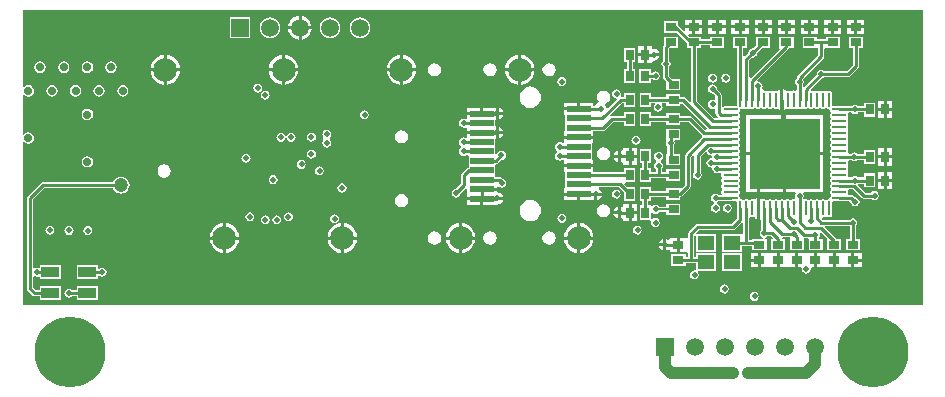
<source format=gtl>
%FSTAX23Y23*%
%MOIN*%
%SFA1B1*%

%IPPOS*%
%ADD10C,0.009840*%
%ADD15R,0.078740X0.019680*%
%ADD16R,0.027560X0.037400*%
%ADD17R,0.059060X0.035430*%
%ADD18O,0.009840X0.051180*%
%ADD19O,0.051180X0.009840*%
%ADD20R,0.236220X0.236220*%
%ADD21R,0.037400X0.027560*%
%ADD22R,0.055120X0.047240*%
%ADD37C,0.039370*%
%ADD38C,0.008000*%
%ADD39C,0.078740*%
%ADD40R,0.059060X0.059060*%
%ADD41C,0.059060*%
%ADD42C,0.236220*%
%ADD43C,0.019680*%
%ADD44C,0.047240*%
%ADD45C,0.027560*%
%LNboard-1*%
%LPD*%
G36*
X05185Y04325D02*
X02185D01*
Y04868*
X0219Y0487*
X02191Y04868*
X02197Y04864*
X02204Y04862*
X02212Y04864*
X02218Y04868*
X02222Y04874*
X02223Y04881*
X02222Y04889*
X02218Y04895*
X02212Y04899*
X02204Y04901*
X02197Y04899*
X02191Y04895*
X0219Y04893*
X02185Y04895*
Y05026*
X0219Y05027*
X02191Y05025*
X02197Y05021*
X02204Y0502*
X02212Y05021*
X02218Y05025*
X02222Y05032*
X02223Y05039*
X02222Y05046*
X02218Y05052*
X02212Y05057*
X02204Y05058*
X02197Y05057*
X02191Y05052*
X0219Y05051*
X02185Y05052*
Y0531*
X05185*
Y04325*
G37*
%LNboard-2*%
%LPC*%
G36*
X04837Y05276D02*
X04813D01*
Y05257*
X04837*
Y05276*
G37*
G36*
X04606D02*
X04582D01*
Y05257*
X04606*
Y05276*
G37*
G36*
X04914D02*
X04891D01*
Y05257*
X04914*
Y05276*
G37*
G36*
X04991D02*
X04968D01*
Y05257*
X04991*
Y05276*
G37*
G36*
X04683D02*
X04659D01*
Y05257*
X04683*
Y05276*
G37*
G36*
X04451D02*
X04428D01*
Y05257*
X04451*
Y05276*
G37*
G36*
X0476D02*
X04736D01*
Y05257*
X0476*
Y05276*
G37*
G36*
X04529D02*
X04505D01*
Y05257*
X04529*
Y05276*
G37*
G36*
X04495D02*
X04471D01*
Y05257*
X04495*
Y05276*
G37*
G36*
X04418D02*
X04394D01*
Y05257*
X04418*
Y05276*
G37*
G36*
X04726D02*
X04703D01*
Y05257*
X04726*
Y05276*
G37*
G36*
X04958D02*
X04934D01*
Y05257*
X04958*
Y05276*
G37*
G36*
X04649D02*
X04625D01*
Y05257*
X04649*
Y05276*
G37*
G36*
X04572D02*
X04548D01*
Y05257*
X04572*
Y05276*
G37*
G36*
X04881D02*
X04857D01*
Y05257*
X04881*
Y05276*
G37*
G36*
X04803D02*
X0478D01*
Y05257*
X04803*
Y05276*
G37*
G36*
X03115Y05289D02*
Y05255D01*
X03149*
X03148Y0526*
X03144Y05269*
X03138Y05278*
X03129Y05284*
X0312Y05288*
X03115Y05289*
G37*
G36*
X03105D02*
X03099Y05288D01*
X0309Y05284*
X03081Y05278*
X03075Y05269*
X03071Y0526*
X0307Y05255*
X03105*
Y05289*
G37*
G36*
X04991Y05247D02*
X04968D01*
Y05228*
X04991*
Y05247*
G37*
G36*
X04958D02*
X04934D01*
Y05228*
X04958*
Y05247*
G37*
G36*
X04914D02*
X04891D01*
Y05228*
X04914*
Y05247*
G37*
G36*
X04881D02*
X04857D01*
Y05228*
X04881*
Y05247*
G37*
G36*
X04837D02*
X04813D01*
Y05228*
X04837*
Y05247*
G37*
G36*
X04803D02*
X0478D01*
Y05228*
X04803*
Y05247*
G37*
G36*
X0476D02*
X04736D01*
Y05228*
X0476*
Y05247*
G37*
G36*
X04726D02*
X04703D01*
Y05228*
X04726*
Y05247*
G37*
G36*
X04683D02*
X04659D01*
Y05228*
X04683*
Y05247*
G37*
G36*
X04649D02*
X04625D01*
Y05228*
X04649*
Y05247*
G37*
G36*
X04606D02*
X04582D01*
Y05228*
X04606*
Y05247*
G37*
G36*
X04572D02*
X04548D01*
Y05228*
X04572*
Y05247*
G37*
G36*
X04529D02*
X04505D01*
Y05228*
X04529*
Y05247*
G37*
G36*
X04495D02*
X04471D01*
Y05228*
X04495*
Y05247*
G37*
G36*
X04451D02*
X04428D01*
Y05228*
X04451*
Y05247*
G37*
G36*
X02944Y05284D02*
X02875D01*
Y05215*
X02944*
Y05284*
G37*
G36*
X0331Y05284D02*
X033Y05283D01*
X03292Y0528*
X03285Y05274*
X03279Y05267*
X03276Y05259*
X03275Y0525*
X03276Y0524*
X03279Y05232*
X03285Y05225*
X03292Y05219*
X033Y05216*
X0331Y05215*
X03319Y05216*
X03327Y05219*
X03334Y05225*
X0334Y05232*
X03343Y0524*
X03344Y0525*
X03343Y05259*
X0334Y05267*
X03334Y05274*
X03327Y0528*
X03319Y05283*
X0331Y05284*
G37*
G36*
X0321D02*
X032Y05283D01*
X03192Y0528*
X03185Y05274*
X03179Y05267*
X03176Y05259*
X03175Y0525*
X03176Y0524*
X03179Y05232*
X03185Y05225*
X03192Y05219*
X032Y05216*
X0321Y05215*
X03219Y05216*
X03227Y05219*
X03234Y05225*
X0324Y05232*
X03243Y0524*
X03244Y0525*
X03243Y05259*
X0324Y05267*
X03234Y05274*
X03227Y0528*
X03219Y05283*
X0321Y05284*
G37*
G36*
X0301D02*
X03Y05283D01*
X02992Y0528*
X02985Y05274*
X02979Y05267*
X02976Y05259*
X02975Y0525*
X02976Y0524*
X02979Y05232*
X02985Y05225*
X02992Y05219*
X03Y05216*
X0301Y05215*
X03019Y05216*
X03027Y05219*
X03034Y05225*
X0304Y05232*
X03043Y0524*
X03044Y0525*
X03043Y05259*
X0304Y05267*
X03034Y05274*
X03027Y0528*
X03019Y05283*
X0301Y05284*
G37*
G36*
X03149Y05245D02*
X03115D01*
Y0521*
X0312Y05211*
X03129Y05215*
X03138Y05221*
X03144Y0523*
X03148Y05239*
X03149Y05245*
G37*
G36*
X03105D02*
X0307D01*
X03071Y05239*
X03075Y0523*
X03081Y05221*
X0309Y05215*
X03099Y05211*
X03105Y0521*
Y05245*
G37*
G36*
X04255Y05188D02*
X04236D01*
Y05165*
X04255*
Y05188*
G37*
G36*
X04284D02*
X04265D01*
Y0516*
Y05131*
X04284*
Y05136*
X04288Y05139*
X04289Y05139*
X04296Y05141*
X04303Y05145*
X04307Y05152*
X04308Y05155*
X04289*
Y05165*
X04308*
X04307Y05167*
X04303Y05174*
X04296Y05178*
X04289Y0518*
X04288Y0518*
X04284Y05183*
Y05188*
G37*
G36*
X04255Y05155D02*
X04236D01*
Y05131*
X04255*
Y05155*
G37*
G36*
X03847Y05159D02*
Y05115D01*
X03891*
X0389Y05122*
X03885Y05134*
X03877Y05145*
X03867Y05153*
X03855Y05158*
X03847Y05159*
G37*
G36*
X03837D02*
X03829Y05158D01*
X03817Y05153*
X03807Y05145*
X03799Y05134*
X03794Y05122*
X03793Y05115*
X03837*
Y05159*
G37*
G36*
X03453D02*
Y05115D01*
X03497*
X03496Y05122*
X03491Y05134*
X03483Y05145*
X03473Y05153*
X03461Y05158*
X03453Y05159*
G37*
G36*
X03443D02*
X03435Y05158D01*
X03423Y05153*
X03413Y05145*
X03405Y05134*
X034Y05122*
X03399Y05115*
X03443*
Y05159*
G37*
G36*
X0306D02*
Y05115D01*
X03104*
X03103Y05122*
X03098Y05134*
X0309Y05145*
X03079Y05153*
X03067Y05158*
X0306Y05159*
G37*
G36*
X0305D02*
X03042Y05158D01*
X0303Y05153*
X03019Y05145*
X03011Y05134*
X03006Y05122*
X03005Y05115*
X0305*
Y05159*
G37*
G36*
X02666D02*
Y05115D01*
X0271*
X02709Y05122*
X02704Y05134*
X02696Y05145*
X02686Y05153*
X02674Y05158*
X02666Y05159*
G37*
G36*
X02656D02*
X02648Y05158D01*
X02636Y05153*
X02626Y05145*
X02618Y05134*
X02613Y05122*
X02612Y05115*
X02656*
Y05159*
G37*
G36*
X0248Y05137D02*
X02472Y05135D01*
X02466Y05131*
X02462Y05125*
X02461Y05118*
X02462Y0511*
X02466Y05104*
X02472Y051*
X0248Y05098*
X02487Y051*
X02493Y05104*
X02498Y0511*
X02499Y05118*
X02498Y05125*
X02493Y05131*
X02487Y05135*
X0248Y05137*
G37*
G36*
X02401D02*
X02394Y05135D01*
X02388Y05131*
X02383Y05125*
X02382Y05118*
X02383Y0511*
X02388Y05104*
X02394Y051*
X02401Y05098*
X02408Y051*
X02415Y05104*
X02419Y0511*
X0242Y05118*
X02419Y05125*
X02415Y05131*
X02408Y05135*
X02401Y05137*
G37*
G36*
X02322D02*
X02315Y05135D01*
X02309Y05131*
X02305Y05125*
X02303Y05118*
X02305Y0511*
X02309Y05104*
X02315Y051*
X02322Y05098*
X0233Y051*
X02336Y05104*
X0234Y0511*
X02341Y05118*
X0234Y05125*
X02336Y05131*
X0233Y05135*
X02322Y05137*
G37*
G36*
X02244D02*
X02236Y05135D01*
X0223Y05131*
X02226Y05125*
X02224Y05118*
X02226Y0511*
X0223Y05104*
X02236Y051*
X02244Y05098*
X02251Y051*
X02257Y05104*
X02261Y0511*
X02263Y05118*
X02261Y05125*
X02257Y05131*
X02251Y05135*
X02244Y05137*
G37*
G36*
X0394Y05132D02*
X03932Y0513D01*
X03925Y05125*
X0392Y05118*
X03918Y0511*
X0392Y05101*
X03925Y05094*
X03932Y05089*
X0394Y05087*
X03949Y05089*
X03956Y05094*
X03961Y05101*
X03962Y0511*
X03961Y05118*
X03956Y05125*
X03949Y0513*
X0394Y05132*
G37*
G36*
X03743D02*
X03735Y0513D01*
X03728Y05125*
X03723Y05118*
X03721Y0511*
X03723Y05101*
X03728Y05094*
X03735Y05089*
X03743Y05087*
X03752Y05089*
X03759Y05094*
X03764Y05101*
X03766Y0511*
X03764Y05118*
X03759Y05125*
X03752Y0513*
X03743Y05132*
G37*
G36*
X03558D02*
X0355Y0513D01*
X03543Y05125*
X03538Y05118*
X03536Y0511*
X03538Y05101*
X03543Y05094*
X0355Y05089*
X03558Y05087*
X03567Y05089*
X03574Y05094*
X03579Y05101*
X03581Y0511*
X03579Y05118*
X03574Y05125*
X03567Y0513*
X03558Y05132*
G37*
G36*
X04369Y05271D02*
X04322D01*
Y05233*
X04365*
X04399Y052*
Y05182*
X04413*
Y05003*
X04409Y05001*
X04408Y05001*
X04392Y05017*
X04388Y05019*
X04385Y0502*
X04378*
Y05028*
X04331*
Y0502*
X04279*
Y05033*
X04242*
Y04986*
X04279*
Y04999*
X0429*
X04292Y04997*
X04292Y04994*
X0429Y0499*
X04289Y04985*
X0429Y04979*
X04293Y04974*
X04298Y04971*
X04304Y04969*
X04309Y04971*
X04314Y04974*
X04318Y04979*
X04319Y04985*
X04318Y0499*
X04315Y04994*
X04316Y04997*
X04317Y04999*
X04331*
Y0499*
X04378*
Y04994*
X04383Y04996*
X04465Y04915*
X04463Y0491*
X0446Y04909*
X04417Y04953*
X04413Y04955*
X0441Y04956*
X04378*
Y04964*
X04331*
Y04956*
X04279*
Y04969*
X04242*
Y04922*
X04279*
Y04935*
X04331*
Y04926*
X04378*
Y04935*
X04405*
X0445Y04891*
X0445Y04891*
X04451Y04888*
X0445Y04885*
X04395Y04829*
X04393Y04826*
X04392Y04822*
Y04726*
X04382Y04716*
X04378Y04714*
X04331*
Y04705*
X04279*
Y04718*
X04242*
Y04671*
X04251*
Y04657*
X04242*
Y0461*
X04276*
X04277*
X04278Y04608*
X0428Y04605*
X04279Y046*
X04281Y04594*
X04284Y04589*
X04289Y04586*
X04295Y04585*
X043Y04586*
X04305Y04589*
X04308Y04594*
X0431Y046*
X04308Y04606*
X04305Y04611*
X043Y04614*
X04295Y04615*
X04289Y04614*
X04284Y04611*
X04282Y04612*
X04279Y04613*
Y04614*
Y04614*
Y04631*
X04282Y04632*
X04284Y04633*
X04289Y0463*
X04295Y04629*
X043Y0463*
X04305Y04633*
X04306Y04635*
X04331*
Y04625*
X04378*
Y04663*
X04331*
Y04653*
X04306*
X04305Y04655*
X043Y04658*
X04295Y04659*
X04289Y04658*
X04284Y04655*
X04284Y04655*
X04279Y04657*
X04271*
Y04671*
X04279*
Y04684*
X04331*
Y04676*
X04378*
Y04685*
X04378Y04685*
X04382Y04687*
X04409Y04715*
X04411Y04718*
X04412Y04722*
Y04818*
X0442Y04825*
X04421Y04825*
X04424Y04823*
Y04769*
X04424Y04769*
X04421Y04764*
X04419Y04758*
X04421Y04752*
X04424Y04747*
X04429Y04744*
X04435Y04743*
X0444Y04744*
X04445Y04747*
X04448Y04752*
X0445Y04758*
X04448Y04764*
X04445Y04769*
X04445Y04769*
Y0482*
X0446Y04836*
X04465Y04834*
X04466Y04833*
X04469Y04828*
X04474Y04825*
X0448Y04824*
X0448Y04824*
X04484Y0482*
X04484Y04819*
X04484Y04819*
X0448Y04814*
X0448Y04815*
X04474Y04813*
X04469Y0481*
X04466Y04805*
X04464Y048*
X04466Y04794*
X04469Y04789*
X04474Y04786*
X0448Y04784*
X0448Y04785*
X04484Y0478*
X04484Y0478*
X04486Y04774*
X04489Y04769*
X04494Y04766*
X045Y04765*
X04505Y04766*
X04508Y04768*
X04511Y04767*
X04511Y04767*
X04514Y04762*
X04514Y0476*
X04514Y04756*
X04517Y04753*
Y04748*
X04514Y04744*
X04514Y0474*
X04514Y04737*
X04517Y04733*
Y04728*
X04514Y04725*
X04514Y04721*
X04514Y04717*
X04517Y04714*
Y04708*
X04514Y04705*
X04514Y04701*
X04514Y04697*
X04515Y04696*
X04512Y04691*
X04506*
X04505Y04692*
X045Y04695*
X04495Y04696*
X04489Y04695*
X04484Y04692*
X04481Y04687*
X04479Y04681*
X04481Y04676*
X04484Y04671*
X04489Y04667*
X0449Y04667*
Y04662*
X04489Y04662*
X04484Y04659*
X04481Y04654*
X0448Y04648*
X04481Y04642*
X04484Y04637*
X04489Y04634*
X04495Y04633*
X045Y04634*
X04505Y04637*
X04509Y04642*
X0451Y04648*
X04509Y04654*
X04505Y04659*
X045Y04662*
X04499Y04662*
Y04667*
X045Y04667*
X04505Y04671*
X04506Y04671*
X04563*
X04566Y0467*
X04568Y04667*
Y04648*
Y04614*
X04549Y04595*
X04435*
X04431Y04594*
X04427Y04592*
X04407Y04571*
X04405Y04568*
X04404Y04564*
Y04552*
X044Y0455*
X04399*
X04376*
Y04526*
Y04502*
X04399*
X044*
X04404Y045*
Y04485*
X04395*
Y04494*
X04348*
Y04456*
X04395*
Y04465*
X0443*
Y04445*
X04425Y04441*
X04425Y04441*
X04419Y0444*
X04414Y04436*
X04411Y04431*
X04409Y04426*
X04411Y0442*
X04414Y04415*
X04419Y04412*
X04425Y04411*
X0443Y04412*
X04435Y04415*
X04438Y0442*
X0444Y04426*
X04438Y04431*
X04436Y04435*
X04437Y04439*
X04438Y0444*
X04496*
Y04498*
X0443*
Y04485*
X04424*
Y04557*
X04425Y04557*
X04428Y04557*
X0443Y04555*
Y04503*
X04496*
Y04561*
X04435*
X04432*
X0443Y04565*
X04439Y04574*
X04553*
X04557Y04575*
X0456Y04577*
X04583Y046*
X04588Y04598*
Y04542*
X04582*
Y04561*
X04517*
Y04503*
X04582*
Y04522*
X04618*
Y04507*
X04665*
Y04545*
X0466*
X04659Y0455*
X04663Y04551*
X04667Y04554*
X04668Y04554*
X0468*
X04685Y0455*
X04683Y04545*
X0468*
Y04507*
X04727*
Y04545*
X04718*
X04716Y04547*
X04716Y04547*
X0472Y04552*
X04742*
X04744Y0455*
X04742Y04545*
Y04507*
X0479*
Y0454*
Y04545*
X0479Y0455*
X04794*
X04804*
X04805Y04545*
Y04507*
X04852*
Y04545*
X04841*
X0484Y04547*
X04839Y0455*
X04842Y04554*
X04843Y0456*
X04842Y04565*
X04843Y04566*
X04848Y04567*
X04865Y04549*
X04867Y04545*
Y04507*
X04914*
Y04545*
X04898*
X04898Y04546*
X04859Y04585*
X0486Y04589*
X04942*
X04942Y04589*
X04943Y04588*
Y04545*
X04929*
Y04507*
X04977*
Y04545*
X04963*
Y04588*
X04964Y04589*
X04967Y04594*
X04968Y046*
X04967Y04605*
X04964Y0461*
X04959Y04613*
X04953Y04615*
X04947Y04613*
X04942Y0461*
X04942Y0461*
X04852*
X04849Y04613*
X04852Y04617*
X04854Y04617*
X04857Y04618*
X04861Y0462*
X04866*
X04869Y04618*
X04873Y04617*
X04877Y04618*
X0488Y0462*
X04883Y04623*
X04883Y04627*
Y04667*
X04885Y0467*
X04888Y04671*
X0494*
X04944Y0467*
X04946Y04664*
X04949Y04659*
X04954Y04656*
X0496Y04654*
X04965Y04656*
X0497Y04659*
X04973Y04664*
X04975Y0467*
X04973Y04675*
X0497Y0468*
X04965Y04683*
X0496Y04685*
X04959Y04685*
X04955Y04689*
X04952Y04691*
X04948Y04691*
X04939*
X04936Y04696*
X04937Y04697*
X04937Y04701*
X04937Y04705*
X04936Y04706*
X04939Y04711*
X04954*
X04982Y04683*
X04985Y04681*
X04989Y0468*
X05013*
X05014Y04679*
X05019Y04676*
X05025Y04675*
X0503Y04676*
X05035Y04679*
X05038Y04684*
X0504Y0469*
X05038Y04696*
X05035Y04701*
X0503Y04704*
X05025Y04705*
X05019Y04704*
X05014Y04701*
X05013Y047*
X04993*
X04969Y04724*
X0497Y04729*
X0497Y0473*
X04971Y0473*
X0499*
Y04717*
X05028*
Y04764*
X0499*
Y04751*
X04971*
X0497Y04751*
X04965Y04754*
X0496Y04756*
X04954Y04754*
X04949Y04751*
X04948Y04751*
X04939*
X04936Y04756*
X04937Y04756*
X04937Y0476*
X04937Y04764*
X04935Y04767*
Y04773*
X04937Y04776*
X04937Y0478*
X04937Y04784*
X04935Y04787*
Y04792*
X04937Y04796*
X04937Y04799*
X04937Y04803*
X04936Y04804*
X04939Y04809*
X04947*
X04947Y04808*
X04952Y04805*
X04958Y04804*
X04964Y04805*
X04969Y04808*
X04969Y04809*
X0499*
Y04795*
X05028*
Y04843*
X0499*
Y04829*
X04969*
X04969Y0483*
X04964Y04833*
X04958Y04834*
X04952Y04833*
X04947Y0483*
X04947Y04829*
X04939*
X04936Y04834*
X04937Y04835*
X04937Y04839*
X04937Y04843*
X04935Y04846*
Y04851*
X04937Y04855*
X04937Y04859*
X04937Y04862*
X04935Y04866*
Y04871*
X04937Y04874*
X04937Y04878*
X04937Y04882*
X04935Y04885*
Y04891*
X04937Y04894*
X04937Y04898*
X04937Y04902*
X04935Y04905*
Y0491*
X04937Y04914*
X04937Y04918*
X04937Y04921*
X04935Y04925*
Y0493*
X04937Y04933*
X04937Y04937*
X04937Y04941*
X04935Y04944*
Y0495*
X04937Y04953*
X04937Y04957*
X04937Y04961*
X04936Y04962*
X04939Y04967*
X04948*
X04949Y04966*
X04954Y04963*
X0496Y04961*
X04965Y04963*
X0497Y04966*
X04971Y04967*
X0499*
Y04953*
X05028*
Y05*
X0499*
Y04987*
X04971*
X0497Y04987*
X04965Y04991*
X0496Y04992*
X04954Y04991*
X04949Y04987*
X04948Y04987*
X04888*
X04885Y04988*
X04883Y04991*
Y05031*
X04883Y05035*
X0488Y05038*
X04877Y0504*
X04873Y05041*
X04869Y0504*
X04866Y05038*
X04861*
X04857Y0504*
X04854Y05041*
X0485Y0504*
X04846Y05038*
X04841*
X04838Y0504*
X04834Y05041*
X0483Y0504*
X04827Y05038*
X04821*
X04818Y0504*
X04814Y05041*
X04812Y05046*
X04846Y0508*
X04847Y0508*
X04853Y05081*
X04858Y05084*
X04858Y05085*
X04937*
X04941Y05086*
X04944Y05088*
X0497Y05114*
X04972Y05117*
X04973Y05121*
Y05182*
X04986*
Y0522*
X04939*
Y05182*
X04953*
Y05125*
X04933Y05105*
X04858*
X04858Y05106*
X04853Y05109*
X04847Y0511*
X04841Y05109*
X04836Y05106*
X04833Y05101*
X04832Y05095*
X04832Y05094*
X0479Y05052*
X04786Y05054*
X04785Y05059*
X04788Y05064*
X0479Y0507*
X04788Y05075*
X04786Y05079*
X04855Y05148*
X04857Y05152*
X04858Y05156*
Y0518*
X04862Y05182*
X04909*
Y0522*
X04862*
Y05211*
X04832*
Y0522*
X04785*
Y05182*
X04832*
Y05191*
X04837*
Y0516*
X04768Y0509*
X04765Y05087*
X04765Y05083*
Y05081*
X04764Y0508*
X04761Y05075*
X04759Y0507*
X04761Y05064*
X04764Y05059*
X04765Y05058*
Y05042*
X0476Y0504*
X04759Y0504*
X04755Y05041*
X04751Y0504*
X04748Y05038*
X04743*
X04739Y0504*
X04735Y05041*
X04732Y0504*
X04727Y05041*
X04727Y05042*
X04722Y05045*
X04721Y05045*
Y0501*
Y04975*
X04722Y04975*
X04727Y04979*
X04727Y04979*
X04732Y0498*
X04735Y04979*
X04739Y0498*
X04743Y04982*
X04748*
X04751Y0498*
X04755Y04979*
X04759Y0498*
X04762Y04982*
X04768*
X04771Y0498*
X04775Y04979*
X04779Y0498*
X04782Y04982*
X04787*
X04791Y0498*
X04795Y04979*
X04798Y0498*
X04802Y04982*
X04807*
X0481Y0498*
X04814Y04979*
X04818Y0498*
X04821Y04982*
X04827*
X0483Y0498*
X04834Y04979*
X04838Y0498*
X04841Y04982*
X04846*
X0485Y0498*
X04854Y04979*
X04857Y0498*
X04861Y04982*
X04866*
X04869Y0498*
X04871Y0498*
X04874Y04978*
X04876Y04975*
X04877Y04973*
X04879Y04969*
Y04964*
X04877Y04961*
X04876Y04957*
X04877Y04953*
X04879Y0495*
Y04944*
X04877Y04941*
X04876Y04937*
X04877Y04933*
X04879Y0493*
Y04925*
X04877Y04921*
X04876Y04918*
X04877Y04914*
X04879Y0491*
Y04905*
X04877Y04902*
X04876Y04898*
X04877Y04894*
X04879Y04891*
Y04885*
X04877Y04882*
X04876Y04878*
X04877Y04874*
X04879Y04871*
Y04866*
X04877Y04862*
X04876Y04859*
X04877Y04855*
X04879Y04851*
Y04846*
X04877Y04843*
X04876Y04839*
X04877Y04835*
X04879Y04832*
Y04826*
X04877Y04823*
X04876Y04819*
X04877Y04815*
X04879Y04812*
Y04807*
X04877Y04803*
X04876Y04799*
X04877Y04796*
X04879Y04792*
Y04787*
X04877Y04784*
X04876Y0478*
X04877Y04776*
X04879Y04773*
Y04767*
X04877Y04764*
X04876Y0476*
X04877Y04756*
X04879Y04753*
Y04748*
X04877Y04744*
X04876Y0474*
X04877Y04737*
X04879Y04733*
Y04728*
X04877Y04725*
X04876Y04721*
X04877Y04717*
X04879Y04714*
Y04708*
X04877Y04705*
X04876Y04701*
X04877Y04697*
X04879Y04694*
Y04689*
X04877Y04685*
X04876Y04681*
X04871Y04678*
X04869Y04678*
X04866Y04676*
X04861*
X04857Y04678*
X04854Y04679*
X0485Y04678*
X04846Y04676*
X04841*
X04838Y04678*
X04834Y04679*
X0483Y04678*
X04827Y04676*
X04821*
X04818Y04678*
X04814Y04679*
X0481Y04678*
X04807Y04676*
X04802*
X04798Y04678*
X04795Y04679*
X04791Y04678*
X04789Y0468*
X04788Y04682*
X04788Y04683*
X0479Y04689*
X04788Y04694*
X04787Y04696*
X0479Y04701*
X04854*
Y04824*
X04731*
Y04701*
X04759*
X04762Y04696*
X04761Y04694*
X04759Y04689*
X04761Y04683*
X04761Y04682*
X04761Y04682*
X04758Y04678*
X04755Y04679*
X04751Y04678*
X04748Y04676*
X04743*
X04739Y04678*
X04735Y04679*
X04732Y04678*
X04728Y04676*
X04723*
X0472Y04678*
X04716Y04679*
X04712Y04678*
X04709Y04676*
X04703*
X047Y04678*
X04696Y04679*
X04692Y04678*
X04689Y04676*
X04684*
X0468Y04678*
X04676Y04679*
X04673Y04678*
X04669Y04676*
X04664*
X04661Y04678*
X04657Y04679*
X04653Y04678*
X04648Y04679*
X04648Y04679*
X04643Y04683*
X04642Y04683*
Y04648*
Y04613*
X04647Y0461*
Y04576*
X04646Y04575*
X04643Y0457*
X04642Y04565*
X04643Y04559*
X04646Y04554*
X04651Y04551*
X04654Y0455*
X04654Y04545*
X04618*
Y04542*
X04608*
Y04616*
X04613Y04618*
X04613Y04618*
X04617Y04617*
X04621Y04618*
X04626Y04617*
X04626Y04616*
X04631Y04613*
X04632Y04613*
Y04648*
Y04683*
X04631Y04683*
X04626Y04679*
X04626Y04679*
X04621Y04678*
X04617Y04679*
X04613Y04678*
X0461Y04676*
X04605*
X04602Y04678*
X04598Y04679*
X04594Y04678*
X04591Y04676*
X04585*
X04582Y04678*
X04578Y04679*
X04575Y04681*
X04575Y04685*
X04572Y04689*
Y04694*
X04575Y04697*
X04575Y04701*
X04575Y04705*
X04572Y04708*
Y04714*
X04575Y04717*
X04575Y04721*
X04575Y04725*
X04572Y04728*
Y04733*
X04575Y04737*
X04575Y0474*
X04575Y04744*
X04572Y04748*
Y04753*
X04575Y04756*
X04575Y0476*
X04575Y04764*
X04572Y04767*
Y04773*
X04575Y04776*
X04575Y0478*
X04575Y04784*
X04572Y04787*
Y04792*
X04575Y04796*
X04575Y04799*
X04575Y04803*
X04572Y04807*
Y04812*
X04575Y04815*
X04575Y04819*
X04575Y04823*
X04572Y04826*
Y04832*
X04575Y04835*
X04575Y04839*
X04575Y04843*
X04572Y04846*
Y04851*
X04575Y04855*
X04575Y04859*
X04575Y04862*
X04572Y04866*
Y04871*
X04575Y04874*
X04575Y04878*
X04575Y04882*
X04572Y04885*
Y04891*
X04575Y04894*
X04575Y04898*
X04575Y04902*
X04572Y04905*
Y0491*
X04575Y04914*
X04575Y04918*
X04575Y04921*
X04572Y04925*
Y0493*
X04575Y04933*
X04575Y04937*
X04575Y04941*
X04572Y04944*
Y0495*
X04575Y04953*
X04575Y04957*
X04575Y04961*
X04572Y04964*
Y04969*
X04575Y04973*
X04575Y04975*
X04578Y04979*
X04582Y0498*
X04585Y04982*
X04591*
X04594Y0498*
X04598Y04979*
X04602Y0498*
X04605Y04982*
X0461*
X04613Y0498*
X04617Y04979*
X04621Y0498*
X04624Y04982*
X0463*
X04633Y0498*
X04637Y04979*
X04641Y0498*
X04644Y04982*
X0465*
X04653Y0498*
X04657Y04979*
X04661Y0498*
X04664Y04982*
X04669*
X04673Y0498*
X04676Y04979*
X0468Y0498*
X04684Y04982*
X04689*
X04692Y0498*
X04696Y04979*
X047Y0498*
X04705Y04979*
X04705Y04979*
X0471Y04975*
X04711Y04975*
Y0501*
Y05045*
X0471Y05045*
X04705Y05042*
X04705Y05041*
X047Y0504*
X04696Y05041*
X04692Y0504*
X04689Y05038*
X04684*
X0468Y0504*
X04676Y05041*
X04673Y0504*
X04669Y05038*
X04664*
X04661Y0504*
X04657Y05041*
X04656Y05041*
X0465Y05044*
X0465Y05044*
X0465Y05047*
X04651Y05049*
X04652Y05055*
X04651Y0506*
X04648Y05065*
X04643Y05068*
X04637Y0507*
X04636Y05069*
X04633Y05074*
X04738Y05179*
X0474Y05182*
X04755*
Y0522*
X04708*
Y05182*
X04709Y05179*
X04613Y05082*
X04608Y05084*
Y0514*
X04618Y05151*
X04619Y0515*
X04624Y05152*
X04629Y05155*
X04633Y0516*
X04634Y05166*
X04634Y05166*
X0465Y05182*
X04678*
Y0522*
X0463*
Y05192*
X04619Y05181*
X04619Y05181*
X04613Y05179*
X04608Y05176*
X04605Y05171*
X04604Y05166*
X04604Y05165*
X04593Y05154*
X04588Y05156*
Y05182*
X04601*
Y0522*
X04553*
Y05182*
X04568*
Y05031*
Y04991*
X04566Y04988*
X04563Y04987*
X04524*
X0452Y04986*
X0452Y04986*
X04515Y04988*
Y05026*
X04514Y0503*
X04512Y05033*
X045Y05045*
X045Y05046*
X04499Y05051*
X04496Y05056*
X04491Y0506*
X04485Y05061*
X04479Y0506*
X04474Y05056*
X04471Y05051*
X0447Y05046*
X04471Y0504*
X04474Y05035*
X04479Y05032*
X04485Y0503*
X04486Y05031*
X04494Y05022*
Y05011*
X04489Y05009*
X04485Y05009*
X04479Y05008*
X04474Y05005*
X04471Y05*
X04469Y04994*
X04471Y04989*
X04474Y04984*
X04479Y0498*
X04485Y04979*
X04489Y0498*
X04494Y04978*
Y04965*
X04495Y04961*
X04497Y04957*
X04502Y04952*
X045Y04947*
X04491*
X04433Y05006*
Y05182*
X04446*
Y05191*
X04476*
Y05182*
X04524*
Y0522*
X04476*
Y05211*
X04446*
Y0522*
X04408*
X04404Y05224*
X04406Y05228*
X04418*
Y05247*
X04394*
Y0524*
X04389Y05238*
X04369Y05258*
Y05271*
G37*
G36*
X04279Y05113D02*
X04241D01*
Y05066*
X04279*
Y05079*
X04284Y05079*
X04289Y05076*
X04295Y05074*
X043Y05076*
X04305Y05079*
X04308Y05084*
X0431Y0509*
X04308Y05095*
X04305Y051*
X043Y05103*
X04295Y05105*
X04289Y05103*
X04284Y051*
X04279Y051*
Y05113*
G37*
G36*
X04529Y05096D02*
X04523Y05095D01*
X04518Y05092*
X04515Y05087*
X04514Y05081*
X04515Y05075*
X04518Y0507*
X04523Y05067*
X04529Y05066*
X04535Y05067*
X04539Y0507*
X04543Y05075*
X04544Y05081*
X04543Y05087*
X04539Y05092*
X04535Y05095*
X04529Y05096*
G37*
G36*
X04485D02*
X04479Y05095D01*
X04474Y05092*
X04471Y05087*
X0447Y05081*
X04471Y05075*
X04474Y0507*
X04479Y05067*
X04485Y05066*
X04491Y05067*
X04496Y0507*
X04499Y05075*
X045Y05081*
X04499Y05087*
X04496Y05092*
X04491Y05095*
X04485Y05096*
G37*
G36*
X04228Y05183D02*
X0419D01*
Y05136*
X04199*
Y05113*
X0419*
Y05066*
X04228*
Y05113*
X04219*
Y05136*
X04228*
Y05183*
G37*
G36*
X03891Y05105D02*
X03847D01*
Y0506*
X03855Y05061*
X03867Y05066*
X03877Y05074*
X03885Y05085*
X0389Y05097*
X03891Y05105*
G37*
G36*
X03837D02*
X03793D01*
X03794Y05097*
X03799Y05085*
X03807Y05074*
X03817Y05066*
X03829Y05061*
X03837Y0506*
Y05105*
G37*
G36*
X03497D02*
X03453D01*
Y0506*
X03461Y05061*
X03473Y05066*
X03483Y05074*
X03491Y05085*
X03496Y05097*
X03497Y05105*
G37*
G36*
X03443D02*
X03399D01*
X034Y05097*
X03405Y05085*
X03413Y05074*
X03423Y05066*
X03435Y05061*
X03443Y0506*
Y05105*
G37*
G36*
X03104D02*
X0306D01*
Y0506*
X03067Y05061*
X03079Y05066*
X0309Y05074*
X03098Y05085*
X03103Y05097*
X03104Y05105*
G37*
G36*
X0305D02*
X03005D01*
X03006Y05097*
X03011Y05085*
X03019Y05074*
X0303Y05066*
X03042Y05061*
X0305Y0506*
Y05105*
G37*
G36*
X0271D02*
X02666D01*
Y0506*
X02674Y05061*
X02686Y05066*
X02696Y05074*
X02704Y05085*
X02709Y05097*
X0271Y05105*
G37*
G36*
X02656D02*
X02612D01*
X02613Y05097*
X02618Y05085*
X02626Y05074*
X02636Y05066*
X02648Y05061*
X02656Y0506*
Y05105*
G37*
G36*
X03983Y05085D02*
X03977Y05084D01*
X03972Y05081*
X03969Y05076*
X03967Y0507*
X03969Y05064*
X03972Y05059*
X03977Y05056*
X03983Y05055*
X03988Y05056*
X03993Y05059*
X03996Y05064*
X03998Y0507*
X03996Y05076*
X03993Y05081*
X03988Y05084*
X03983Y05085*
G37*
G36*
X04369Y0522D02*
X04322D01*
Y05191*
X0432Y05189*
X04319Y05185*
Y05141*
X04319Y0514*
X04316Y05135*
X04314Y0513*
X04316Y05124*
X04319Y05119*
X04319Y05118*
Y05085*
X0432Y05081*
X04322Y05078*
X04331Y05069*
Y05041*
X04378*
Y05079*
X0435*
X0434Y05089*
Y05118*
X0434Y05119*
X04343Y05124*
X04345Y0513*
X04343Y05135*
X0434Y0514*
X0434Y05141*
Y05181*
X04341Y05182*
X04369*
Y0522*
G37*
G36*
X02519Y05058D02*
X02512Y05057D01*
X02506Y05052*
X02502Y05046*
X025Y05039*
X02502Y05032*
X02506Y05025*
X02512Y05021*
X02519Y0502*
X02527Y05021*
X02533Y05025*
X02537Y05032*
X02538Y05039*
X02537Y05046*
X02533Y05052*
X02527Y05057*
X02519Y05058*
G37*
G36*
X0244D02*
X02433Y05057D01*
X02427Y05052*
X02423Y05046*
X02421Y05039*
X02423Y05032*
X02427Y05025*
X02433Y05021*
X0244Y0502*
X02448Y05021*
X02454Y05025*
X02458Y05032*
X0246Y05039*
X02458Y05046*
X02454Y05052*
X02448Y05057*
X0244Y05058*
G37*
G36*
X02362D02*
X02354Y05057D01*
X02348Y05052*
X02344Y05046*
X02343Y05039*
X02344Y05032*
X02348Y05025*
X02354Y05021*
X02362Y0502*
X02369Y05021*
X02375Y05025*
X02379Y05032*
X02381Y05039*
X02379Y05046*
X02375Y05052*
X02369Y05057*
X02362Y05058*
G37*
G36*
X02283D02*
X02276Y05057D01*
X02269Y05052*
X02265Y05046*
X02264Y05039*
X02265Y05032*
X02269Y05025*
X02276Y05021*
X02283Y0502*
X0229Y05021*
X02297Y05025*
X02301Y05032*
X02302Y05039*
X02301Y05046*
X02297Y05052*
X0229Y05057*
X02283Y05058*
G37*
G36*
X02969Y05063D02*
X02963Y05062D01*
X02958Y05059*
X02955Y05054*
X02954Y05048*
X02955Y05042*
X02958Y05037*
X02963Y05034*
X02969Y05033*
X02975Y05034*
X02979Y05037*
X02983Y05034*
X0298Y0503*
X02979Y05025*
X0298Y05019*
X02984Y05014*
X02989Y05011*
X02994Y05009*
X03Y05011*
X03005Y05014*
X03008Y05019*
X03009Y05025*
X03008Y0503*
X03005Y05035*
X03Y05038*
X02994Y0504*
X02989Y05038*
X02984Y05035*
X0298Y05038*
X02983Y05042*
X02984Y05048*
X02983Y05054*
X02979Y05059*
X02975Y05062*
X02969Y05063*
G37*
G36*
X04034Y04998D02*
X03989D01*
Y04984*
X04034*
Y04998*
G37*
G36*
X03877Y05054D02*
X03868Y05053D01*
X03859Y05049*
X03852Y05043*
X03846Y05036*
X03843Y05027*
X03842Y05018*
X03843Y05009*
X03846Y05*
X03852Y04993*
X03859Y04987*
X03868Y04983*
X03877Y04982*
X03887Y04983*
X03895Y04987*
X03903Y04993*
X03908Y05*
X03912Y05009*
X03913Y05018*
X03912Y05027*
X03908Y05036*
X03903Y05043*
X03895Y05049*
X03887Y05053*
X03877Y05054*
G37*
G36*
X05084Y05005D02*
X05065D01*
Y04982*
X05084*
Y05005*
G37*
G36*
X05055D02*
X05036D01*
Y04982*
X05055*
Y05005*
G37*
G36*
X04165Y05045D02*
X04159Y05043D01*
X04154Y0504*
X04151Y05035*
X04149Y0503*
X04151Y05024*
X04154Y05019*
X04159Y05016*
X04163Y05015*
X04165Y05011*
X04165Y0501*
X04137Y04981*
X04131Y04983*
X0413Y04987*
X04127Y04992*
X04129Y04997*
X0413Y04997*
X04137Y05002*
X04142Y05009*
X04144Y05018*
X04142Y05026*
X04137Y05034*
X0413Y05038*
X04121Y0504*
X04113Y05038*
X04106Y05034*
X04101Y05026*
X04099Y05018*
X04101Y05009*
X04105Y05004*
X04104Y04999*
X04103Y04998*
X04097Y04994*
X04096Y04992*
X04089Y0499*
X04088Y04991*
Y04998*
X04044*
Y04979*
X04039*
Y04974*
X03989*
Y04959*
X03994*
Y04935*
Y04932*
Y04927*
Y04904*
X03989*
Y04889*
X04088*
Y04904*
X04092Y04905*
X04121*
X04124Y04906*
X04128Y04908*
X04155Y04935*
X04191*
Y04922*
X04228*
Y04969*
X04191*
Y04956*
X04151*
X04147Y04955*
X04146Y04954*
X04142Y04958*
X04184Y04999*
X04191*
Y04986*
X04228*
Y05033*
X04191*
Y0502*
X04182*
X0418Y05022*
X04179Y05024*
X04179Y05025*
X0418Y0503*
X04178Y05035*
X04175Y0504*
X0417Y05043*
X04165Y05045*
G37*
G36*
X03772Y04983D02*
Y04969D01*
X03787*
X03786Y04971*
X03782Y04978*
X03775Y04982*
X03772Y04983*
G37*
G36*
X03711Y04983D02*
X03667D01*
Y04968*
X03711*
Y04983*
G37*
G36*
X05084Y04972D02*
X05065D01*
Y04948*
X05084*
Y04972*
G37*
G36*
X05055D02*
X05036D01*
Y04948*
X05055*
Y04972*
G37*
G36*
X03762Y04983D02*
X03762Y04983D01*
X03721*
Y04963*
X03716*
Y04958*
X03667*
Y04947*
X03662Y04944*
X0366Y04945*
X03655Y04946*
X03649Y04945*
X03644Y04942*
X03641Y04937*
X03639Y04931*
X03641Y04926*
X03644Y04921*
X03649Y04917*
X03655Y04916*
X0366Y04917*
X03662Y04918*
X03667Y04916*
Y04905*
X03716*
Y04895*
X03667*
Y04885*
X03662Y04882*
X0366Y04883*
X03655Y04884*
X03649Y04883*
X03644Y04879*
X03641Y04875*
X03639Y04869*
X03641Y04863*
X03644Y04858*
X03647Y04856*
X03648Y04854*
Y04851*
X03647Y0485*
X03644Y04848*
X03641Y04843*
X03639Y04837*
X03641Y04831*
X03644Y04826*
X03649Y04823*
X03655Y04822*
X0366Y04823*
X03665Y04826*
X0367Y04825*
X03672Y04823*
Y04817*
Y04794*
Y04791*
Y04784*
X0367Y04783*
X03667Y04781*
X03649Y04764*
X03647Y0476*
X03646Y04757*
Y04729*
X03631Y04714*
X03631Y04714*
X03625Y04712*
X0362Y04709*
X03617Y04704*
X03615Y04699*
X03617Y04693*
X0362Y04688*
X03625Y04685*
X03631Y04683*
X03636Y04685*
X03641Y04688*
X03644Y04693*
X03646Y04699*
X03646Y04699*
X03662Y04715*
X03667Y04713*
Y04691*
Y04684*
X03716*
Y04679*
X03721*
Y0466*
X03761*
X03765*
X0377Y04661*
X03776Y04662*
X03783Y04666*
X03787Y04673*
X03787Y04676*
X03768*
Y04686*
X03787*
X03787Y04688*
X03783Y04695*
X03776Y04699*
X03768Y04701*
X03765Y04703*
Y04706*
X03716*
Y04716*
X03765*
Y04719*
X0377Y04721*
X03771Y0472*
X03776Y04717*
X03782Y04715*
X03787Y04717*
X03792Y0472*
X03795Y04725*
X03797Y04731*
X03795Y04736*
X03792Y04741*
X03787Y04744*
X03787Y04745*
X03782Y0475*
X03778Y04752*
X03775Y04752*
X03761*
X0376Y04757*
Y04759*
Y04786*
Y04789*
Y04793*
X03763Y04795*
X03767Y04796*
X0377Y04798*
X0378Y04809*
X03781Y04809*
X03787Y0481*
X03792Y04813*
X03795Y04818*
X03796Y04824*
X03795Y0483*
X03792Y04835*
X03787Y04838*
X03781Y04839*
X03775Y04838*
X0377Y04835*
X03767Y0483*
X03767Y04827*
X03765Y04826*
X0376Y04829*
Y04849*
Y04852*
Y04857*
Y0488*
X03762*
Y04901*
Y04923*
X0376Y04924*
Y04943*
X03762*
Y04964*
Y04983*
G37*
G36*
X03325Y04975D02*
X03319Y04973D01*
X03314Y0497*
X03311Y04965*
X03309Y0496*
X03311Y04954*
X03314Y04949*
X03319Y04946*
X03325Y04944*
X0333Y04946*
X03335Y04949*
X03338Y04954*
X0334Y0496*
X03338Y04965*
X03335Y0497*
X0333Y04973*
X03325Y04975*
G37*
G36*
X03787Y04959D02*
X03772D01*
Y04944*
X03775Y04945*
X03782Y04949*
X03786Y04956*
X03787Y04959*
G37*
G36*
X02401Y04979D02*
X02394Y04978D01*
X02388Y04974*
X02383Y04967*
X02382Y0496*
X02383Y04953*
X02388Y04947*
X02394Y04942*
X02401Y04941*
X02408Y04942*
X02415Y04947*
X02419Y04953*
X0242Y0496*
X02419Y04967*
X02415Y04974*
X02408Y04978*
X02401Y04979*
G37*
G36*
X03772Y0492D02*
Y04906D01*
X03786*
X03786Y04908*
X03781Y04915*
X03775Y04919*
X03772Y0492*
G37*
G36*
X0308Y04899D02*
X03074Y04898D01*
X03069Y04895*
X03066Y0489*
X03065Y04888*
X0306*
X0306Y0489*
X03056Y04895*
X03051Y04898*
X03046Y04899*
X0304Y04898*
X03035Y04895*
X03032Y0489*
X0303Y04884*
X03032Y04879*
X03035Y04874*
X0304Y0487*
X03046Y04869*
X03051Y0487*
X03056Y04874*
X0306Y04879*
X0306Y04881*
X03065*
X03066Y04879*
X03069Y04874*
X03074Y0487*
X0308Y04869*
X03085Y0487*
X0309Y04874*
X03093Y04879*
X03095Y04884*
X03093Y0489*
X0309Y04895*
X03085Y04898*
X0308Y04899*
G37*
G36*
X03786Y04896D02*
X03772D01*
Y04881*
X03775Y04882*
X03781Y04886*
X03786Y04893*
X03786Y04896*
G37*
G36*
X04378Y04913D02*
X04331D01*
Y04875*
X04331Y04875*
X04331Y0487*
X04329Y04865*
X04331Y04859*
X04334Y04854*
X04334Y04853*
Y04829*
X04331*
Y04791*
X04378*
Y04829*
X04355*
Y04853*
X04355Y04854*
X04358Y04859*
X0436Y04865*
X04359Y0487*
X04358Y04871*
X04361Y04875*
X04378*
Y04913*
G37*
G36*
X03148Y049D02*
X03142Y04898D01*
X03137Y04895*
X03134Y0489*
X03133Y04885*
X03134Y04879*
X03137Y04874*
X03142Y04871*
X03148Y04869*
X03154Y04871*
X03159Y04874*
X03162Y04879*
X03163Y04885*
X03162Y0489*
X03159Y04895*
X03154Y04898*
X03148Y049*
G37*
G36*
X03448Y04908D02*
X0344Y04906D01*
X03433Y04902*
X03428Y04894*
X03426Y04886*
X03428Y04877*
X03433Y0487*
X0344Y04865*
X03448Y04864*
X03457Y04865*
X03464Y0487*
X03469Y04877*
X0347Y04886*
X03469Y04894*
X03464Y04902*
X03457Y04906*
X03448Y04908*
G37*
G36*
X04088Y04879D02*
X03989D01*
Y04866*
X03987Y04865*
X03985Y04864*
X0398Y04867*
X03975Y04868*
X03969Y04867*
X03964Y04863*
X03961Y04858*
X03959Y04853*
X03961Y04847*
X03964Y04842*
X03967Y0484*
X03967Y04839*
Y04835*
X03967Y04834*
X03964Y04832*
X03961Y04827*
X03959Y04821*
X03961Y04815*
X03964Y0481*
X03969Y04807*
X03975Y04806*
X0398Y04807*
X03985Y0481*
X03987Y04809*
X03989Y04808*
Y04795*
X04088*
Y04809*
X04083*
Y04833*
Y04836*
Y04841*
Y04864*
X04088*
Y04879*
G37*
G36*
X0423Y0489D02*
X04224Y04888D01*
X04219Y04885*
X04216Y0488*
X04214Y04875*
X04216Y04869*
X04219Y04864*
X04224Y04861*
X0423Y04859*
X04235Y04861*
X0424Y04864*
X04243Y04869*
X04245Y04875*
X04243Y0488*
X0424Y04885*
X04235Y04888*
X0423Y0489*
G37*
G36*
X03199Y04909D02*
X03193Y04907D01*
X03188Y04904*
X03185Y04899*
X03183Y04894*
X03185Y04888*
X03188Y04883*
X03188Y04883*
Y04876*
X03188Y04876*
X03185Y04871*
X03183Y04866*
X03185Y0486*
X03188Y04855*
X03193Y04852*
X03199Y0485*
X03204Y04852*
X03209Y04855*
X03212Y0486*
X03214Y04866*
X03212Y04871*
X03209Y04876*
X03209Y04876*
Y04883*
X03209Y04883*
X03212Y04888*
X03214Y04894*
X03212Y04899*
X03209Y04904*
X03204Y04907*
X03199Y04909*
G37*
G36*
X04205Y0485D02*
X04186D01*
Y04843*
X04181Y0484*
X0418Y0484*
Y04821*
Y04802*
X04181Y04802*
X04186Y04799*
Y04792*
X04205*
Y04821*
Y0485*
G37*
G36*
X04854Y04957D02*
X04731D01*
Y04834*
X04854*
Y04957*
G37*
G36*
X04721D02*
X04597D01*
Y04834*
X04721*
Y04957*
G37*
G36*
X04233Y0485D02*
X04215D01*
Y04826*
X04233*
Y0485*
G37*
G36*
X0417Y0484D02*
X04167Y0484D01*
X0416Y04835*
X04156Y04829*
X04155Y04826*
X0417*
Y0484*
G37*
G36*
X05084Y04848D02*
X05065D01*
Y04824*
X05084*
Y04848*
G37*
G36*
X05055D02*
X05036D01*
Y04824*
X05055*
Y04848*
G37*
G36*
X03148Y04843D02*
X03142Y04842D01*
X03137Y04839*
X03134Y04834*
X03133Y04828*
X03134Y04822*
X03137Y04817*
X03142Y04814*
X03148Y04813*
X03154Y04814*
X03159Y04817*
X03162Y04822*
X03163Y04828*
X03162Y04834*
X03159Y04839*
X03154Y04842*
X03148Y04843*
G37*
G36*
X04121Y04851D02*
X04113Y04849D01*
X04106Y04845*
X04101Y04837*
X04099Y04829*
X04101Y04821*
X04106Y04813*
X04113Y04809*
X04121Y04807*
X0413Y04809*
X04137Y04813*
X04142Y04821*
X04144Y04829*
X04142Y04837*
X04137Y04845*
X0413Y04849*
X04121Y04851*
G37*
G36*
X0417Y04816D02*
X04155D01*
X04156Y04813*
X0416Y04807*
X04167Y04802*
X0417Y04802*
Y04816*
G37*
G36*
X0293Y0483D02*
X02924Y04828D01*
X02919Y04825*
X02916Y0482*
X02914Y04815*
X02916Y04809*
X02919Y04804*
X02924Y04801*
X0293Y04799*
X02935Y04801*
X0294Y04804*
X02943Y04809*
X02945Y04815*
X02943Y0482*
X0294Y04825*
X02935Y04828*
X0293Y0483*
G37*
G36*
X04233Y04816D02*
X04215D01*
Y04792*
X04233*
Y04816*
G37*
G36*
X05084Y04814D02*
X05065D01*
Y0479*
X05084*
Y04814*
G37*
G36*
X05055D02*
X05036D01*
Y0479*
X05055*
Y04814*
G37*
G36*
X02401Y04822D02*
X02394Y0482D01*
X02388Y04816*
X02383Y0481*
X02382Y04803*
X02383Y04795*
X02388Y04789*
X02394Y04785*
X02401Y04784*
X02408Y04785*
X02415Y04789*
X02419Y04795*
X0242Y04803*
X02419Y0481*
X02415Y04816*
X02408Y0482*
X02401Y04822*
G37*
G36*
X03115Y04809D02*
X03109Y04807D01*
X03104Y04804*
X03101Y04799*
X03099Y04794*
X03101Y04788*
X03104Y04783*
X03109Y0478*
X03115Y04778*
X0312Y0478*
X03125Y04783*
X03128Y04788*
X0313Y04794*
X03128Y04799*
X03125Y04804*
X0312Y04807*
X03115Y04809*
G37*
G36*
X03175Y04787D02*
X03169Y04786D01*
X03164Y04782*
X03161Y04778*
X03159Y04772*
X03161Y04766*
X03164Y04761*
X03169Y04758*
X03175Y04757*
X0318Y04758*
X03185Y04761*
X03188Y04766*
X0319Y04772*
X03188Y04778*
X03185Y04782*
X0318Y04786*
X03175Y04787*
G37*
G36*
X02657Y04794D02*
X02648Y04792D01*
X02641Y04787*
X02636Y0478*
X02635Y04772*
X02636Y04763*
X02641Y04756*
X02648Y04751*
X02657Y0475*
X02665Y04751*
X02673Y04756*
X02677Y04763*
X02679Y04772*
X02677Y0478*
X02673Y04787*
X02665Y04792*
X02657Y04794*
G37*
G36*
X05084Y04769D02*
X05065D01*
Y04745*
X05084*
Y04769*
G37*
G36*
X05055D02*
X05036D01*
Y04745*
X05055*
Y04769*
G37*
G36*
X04279Y04845D02*
X04242D01*
Y04797*
X04251*
Y04782*
X04242*
Y04734*
X04279*
Y04748*
X04331*
Y0474*
X04378*
Y04778*
X04331*
Y04768*
X04315*
Y04778*
X04316Y04779*
X04319Y04784*
X0432Y0479*
X04319Y04795*
X04316Y048*
X04313Y04803*
X04312Y04803*
Y04807*
X04313Y04808*
X04316Y0481*
X04319Y04815*
X0432Y04821*
X04319Y04827*
X04316Y04832*
X04311Y04835*
X04305Y04836*
X043Y04835*
X04295Y04832*
X04291Y04827*
X0429Y04821*
X04291Y04815*
X04295Y0481*
X04298Y04808*
X04298Y04807*
Y04803*
X04298Y04803*
X04295Y048*
X04291Y04795*
X0429Y0479*
X04291Y04784*
X04295Y04779*
X04295Y04778*
Y04768*
X04279*
Y04782*
X04271*
Y04797*
X04279*
Y04845*
G37*
G36*
X0302Y04758D02*
X03014Y04757D01*
X03009Y04753*
X03006Y04749*
X03005Y04743*
X03006Y04737*
X03009Y04732*
X03014Y04729*
X0302Y04728*
X03026Y04729*
X03031Y04732*
X03034Y04737*
X03035Y04743*
X03034Y04749*
X03031Y04753*
X03026Y04757*
X0302Y04758*
G37*
G36*
X05084Y04735D02*
X05065D01*
Y04712*
X05084*
Y04735*
G37*
G36*
X05055D02*
X05036D01*
Y04712*
X05055*
Y04735*
G37*
G36*
X04721Y04824D02*
X04597D01*
Y04701*
X04721*
Y04824*
G37*
G36*
X0325Y04731D02*
X03244Y04729D01*
X03239Y04726*
X03236Y04721*
X03234Y04716*
X03236Y0471*
X03239Y04705*
X03244Y04702*
X0325Y047*
X03255Y04702*
X0326Y04705*
X03263Y0471*
X03265Y04716*
X03263Y04721*
X0326Y04726*
X03255Y04729*
X0325Y04731*
G37*
G36*
X02513Y04753D02*
X02505Y04752D01*
X02498Y0475*
X02492Y04745*
X02488Y04739*
X02486Y04735*
X02253*
X02249Y04734*
X02246Y04732*
X02202Y04688*
X022Y04685*
X02199Y04681*
Y0438*
X022Y04376*
X02202Y04373*
X02218Y04357*
X02221Y04355*
X02225Y04354*
X02244*
Y04341*
X02313*
Y04387*
X02244*
Y04374*
X02229*
X02219Y04384*
Y04419*
X02224Y04422*
X02226Y04421*
X02232Y04419*
X02238Y04421*
X02239Y04421*
X02244Y04418*
Y04412*
X02313*
Y04458*
X02244*
Y04451*
X02239Y04448*
X02238Y04448*
X02232Y0445*
X02226Y04448*
X02224Y04447*
X02219Y0445*
Y04677*
X02257Y04714*
X02486*
X02488Y0471*
X02492Y04704*
X02498Y047*
X02505Y04697*
X02513Y04696*
X0252Y04697*
X02527Y047*
X02533Y04704*
X02538Y0471*
X02541Y04717*
X02542Y04725*
X02541Y04732*
X02538Y04739*
X02533Y04745*
X02527Y0475*
X0252Y04752*
X02513Y04753*
G37*
G36*
X04165Y0471D02*
X04159Y04708D01*
X04154Y04705*
X04151Y047*
X04149Y04695*
X04151Y04689*
X04154Y04684*
X04159Y04681*
X04165Y04679*
X0417Y04681*
X04175Y04684*
X04178Y04689*
X0418Y04695*
X04178Y047*
X04175Y04705*
X0417Y04708*
X04165Y0471*
G37*
G36*
X04034Y0469D02*
X03989D01*
Y04675*
X04034*
Y0469*
G37*
G36*
X04116Y0469D02*
X04101D01*
Y04675*
X04104Y04676*
X04111Y0468*
X04115Y04687*
X04116Y0469*
G37*
G36*
X04088Y04785D02*
X03989D01*
Y0477*
X03994*
Y04746*
Y04743*
Y04738*
Y04715*
X03989*
Y047*
X04039*
Y04695*
X04044*
Y04675*
X04088*
X04091Y04675*
Y04695*
X04096*
Y047*
X04116*
X04115Y04702*
X04111Y04709*
X04107Y04712*
X04108Y04717*
X04173*
X04191Y04699*
Y04671*
X04228*
Y04718*
X042*
X04191Y04728*
X04191Y0473*
X04195Y04734*
X04228*
Y04782*
X04191*
Y04768*
X04092*
X04088Y0477*
Y04785*
G37*
G36*
X03711Y04674D02*
X03667D01*
Y0466*
X03711*
Y04674*
G37*
G36*
X04205Y04662D02*
X04186D01*
Y04655*
X04182Y04653*
X04181Y04652*
X04179Y04653*
Y04634*
Y04614*
X04181Y04615*
X04182Y04614*
X04186Y04613*
Y04605*
X04205*
Y04633*
Y04662*
G37*
G36*
X03448Y04695D02*
X0344Y04694D01*
X03433Y04689*
X03428Y04682*
X03426Y04673*
X03428Y04665*
X03433Y04658*
X0344Y04653*
X03448Y04651*
X03457Y04653*
X03464Y04658*
X03469Y04665*
X0347Y04673*
X03469Y04682*
X03464Y04689*
X03457Y04694*
X03448Y04695*
G37*
G36*
X04169Y04653D02*
X04166Y04652D01*
X04159Y04648*
X04155Y04641*
X04154Y04639*
X04169*
Y04653*
G37*
G36*
X04233Y04662D02*
X04215D01*
Y04638*
X04233*
Y04662*
G37*
G36*
X04535Y04663D02*
X04529Y04662D01*
X04524Y04659*
X04521Y04654*
X04519Y04648*
X04521Y04642*
X04524Y04637*
X04529Y04634*
X04535Y04633*
X0454Y04634*
X04545Y04637*
X04548Y04642*
X0455Y04648*
X04548Y04654*
X04545Y04659*
X0454Y04662*
X04535Y04663*
G37*
G36*
X04121Y04662D02*
X04113Y0466D01*
X04106Y04656*
X04101Y04648*
X04099Y0464*
X04101Y04632*
X04106Y04624*
X04113Y0462*
X04121Y04618*
X0413Y0462*
X04137Y04624*
X04142Y04632*
X04144Y0464*
X04142Y04648*
X04137Y04656*
X0413Y0466*
X04121Y04662*
G37*
G36*
X04169Y04629D02*
X04154D01*
X04155Y04626*
X04159Y04619*
X04166Y04615*
X04169Y04614*
Y04629*
G37*
G36*
X04233Y04628D02*
X04215D01*
Y04605*
X04233*
Y04628*
G37*
G36*
X03071Y04635D02*
X03065Y04633D01*
X0306Y0463*
X03057Y04625*
X03056Y0462*
X03057Y04614*
X0306Y04609*
X03065Y04606*
X03071Y04604*
X03077Y04606*
X03082Y04609*
X03085Y04614*
X03086Y0462*
X03085Y04625*
X03082Y0463*
X03077Y04633*
X03071Y04635*
G37*
G36*
X02943D02*
X02937Y04633D01*
X02932Y0463*
X02929Y04625*
X02928Y0462*
X02929Y04614*
X02932Y04609*
X02937Y04606*
X02943Y04604*
X02949Y04606*
X02954Y04609*
X02957Y04614*
X02958Y0462*
X02957Y04625*
X02954Y0463*
X02949Y04633*
X02943Y04635*
G37*
G36*
X03877Y04676D02*
X03868Y04675D01*
X03859Y04671*
X03852Y04665*
X03846Y04658*
X03843Y04649*
X03842Y0464*
X03843Y04631*
X03846Y04622*
X03852Y04615*
X03859Y04609*
X03868Y04605*
X03877Y04604*
X03887Y04605*
X03895Y04609*
X03903Y04615*
X03908Y04622*
X03912Y04631*
X03913Y0464*
X03912Y04649*
X03908Y04658*
X03903Y04665*
X03895Y04671*
X03887Y04675*
X03877Y04676*
G37*
G36*
X03983Y0463D02*
X03977Y04628D01*
X03972Y04625*
X03969Y0462*
X03967Y04614*
X03969Y04609*
X03972Y04604*
X03977Y046*
X03983Y04599*
X03988Y046*
X03993Y04604*
X03996Y04609*
X03998Y04614*
X03996Y0462*
X03993Y04625*
X03988Y04628*
X03983Y0463*
G37*
G36*
X03033Y04625D02*
X03027Y04623D01*
X03022Y0462*
X03019Y04615*
X03017Y0461*
X03019Y04604*
X03022Y04599*
X03027Y04596*
X03033Y04594*
X03038Y04596*
X03043Y04599*
X03046Y04604*
X03048Y0461*
X03046Y04615*
X03043Y0462*
X03038Y04623*
X03033Y04625*
G37*
G36*
X02994D02*
X02989Y04623D01*
X02984Y0462*
X0298Y04615*
X02979Y0461*
X0298Y04604*
X02984Y04599*
X02989Y04596*
X02994Y04594*
X03Y04596*
X03005Y04599*
X03008Y04604*
X03009Y0461*
X03008Y04615*
X03005Y0462*
X03Y04623*
X02994Y04625*
G37*
G36*
X04235Y0459D02*
X04229Y04588D01*
X04224Y04585*
X04221Y0458*
X04219Y04575*
X04221Y04569*
X04224Y04564*
X04229Y04561*
X04235Y04559*
X0424Y04561*
X04245Y04564*
X04248Y04569*
X0425Y04575*
X04248Y0458*
X04245Y04585*
X0424Y04588*
X04235Y0459*
G37*
G36*
X02276D02*
X0227Y04588D01*
X02265Y04585*
X02262Y0458*
X02261Y04575*
X02262Y04569*
X02265Y04564*
X0227Y04561*
X02276Y04559*
X02282Y04561*
X02287Y04564*
X0229Y04569*
X02291Y04575*
X0229Y0458*
X02287Y04585*
X02282Y04588*
X02276Y0459*
G37*
G36*
X02339Y04589D02*
X02334Y04587D01*
X02329Y04584*
X02326Y04579*
X02324Y04574*
X02326Y04568*
X02329Y04563*
X02334Y0456*
X02339Y04558*
X02345Y0456*
X0235Y04563*
X02353Y04568*
X02355Y04574*
X02353Y04579*
X0235Y04584*
X02345Y04587*
X02339Y04589*
G37*
G36*
X02402Y04588D02*
X02397Y04587D01*
X02392Y04584*
X02389Y04579*
X02387Y04573*
X02389Y04568*
X02392Y04563*
X02397Y04559*
X02402Y04558*
X02408Y04559*
X02413Y04563*
X02416Y04568*
X02418Y04573*
X02416Y04579*
X02413Y04584*
X02408Y04587*
X02402Y04588*
G37*
G36*
X04044Y04598D02*
Y04553D01*
X04088*
X04087Y04561*
X04082Y04573*
X04074Y04584*
X04064Y04592*
X04052Y04597*
X04044Y04598*
G37*
G36*
X04034D02*
X04026Y04597D01*
X04014Y04592*
X04004Y04584*
X03996Y04573*
X03991Y04561*
X0399Y04553*
X04034*
Y04598*
G37*
G36*
X0365D02*
Y04553D01*
X03694*
X03693Y04561*
X03688Y04573*
X0368Y04584*
X0367Y04592*
X03658Y04597*
X0365Y04598*
G37*
G36*
X0364D02*
X03632Y04597D01*
X0362Y04592*
X0361Y04584*
X03602Y04573*
X03597Y04561*
X03596Y04553*
X0364*
Y04598*
G37*
G36*
X03256D02*
Y04553D01*
X033*
X03299Y04561*
X03294Y04573*
X03287Y04584*
X03276Y04592*
X03264Y04597*
X03256Y04598*
G37*
G36*
X03225Y04628D02*
X03219Y04626D01*
X03214Y04623*
X03211Y04618*
X0321Y04612*
X03211Y04607*
X03214Y04602*
X03219Y04598*
X03225Y04597*
X0323Y04598*
X03231Y04593*
X03226Y04592*
X03216Y04584*
X03208Y04573*
X03203Y04561*
X03202Y04553*
X03246*
Y04598*
X03238Y04597*
X03234Y04595*
X03231Y04599*
X03235Y04602*
X03239Y04607*
X0324Y04612*
X03239Y04618*
X03235Y04623*
X0323Y04626*
X03225Y04628*
G37*
G36*
X02863Y04598D02*
Y04553D01*
X02907*
X02906Y04561*
X02901Y04573*
X02893Y04584*
X02883Y04592*
X02871Y04597*
X02863Y04598*
G37*
G36*
X02853D02*
X02845Y04597D01*
X02833Y04592*
X02822Y04584*
X02815Y04573*
X0281Y04561*
X02809Y04553*
X02853*
Y04598*
G37*
G36*
X04366Y0455D02*
X04343D01*
Y04544*
X04338Y04542*
X04333Y04545*
X04331Y04545*
Y04526*
Y04507*
X04333Y04507*
X04338Y0451*
X04343Y04508*
Y04502*
X04366*
Y04526*
Y0455*
G37*
G36*
X04321Y04545D02*
X04318Y04545D01*
X04311Y0454*
X04307Y04534*
X04306Y04531*
X04321*
Y04545*
G37*
G36*
X0394Y04571D02*
X03932Y04569D01*
X03925Y04564*
X0392Y04557*
X03918Y04548*
X0392Y0454*
X03925Y04533*
X03932Y04528*
X0394Y04526*
X03949Y04528*
X03956Y04533*
X03961Y0454*
X03962Y04548*
X03961Y04557*
X03956Y04564*
X03949Y04569*
X0394Y04571*
G37*
G36*
X03743D02*
X03735Y04569D01*
X03728Y04564*
X03723Y04557*
X03721Y04548*
X03723Y0454*
X03728Y04533*
X03735Y04528*
X03743Y04526*
X03752Y04528*
X03759Y04533*
X03764Y0454*
X03766Y04548*
X03764Y04557*
X03759Y04564*
X03752Y04569*
X03743Y04571*
G37*
G36*
X03558D02*
X0355Y04569D01*
X03543Y04564*
X03538Y04557*
X03536Y04548*
X03538Y0454*
X03543Y04533*
X0355Y04528*
X03558Y04526*
X03567Y04528*
X03574Y04533*
X03579Y0454*
X03581Y04548*
X03579Y04557*
X03574Y04564*
X03567Y04569*
X03558Y04571*
G37*
G36*
X04321Y04521D02*
X04306D01*
X04307Y04518*
X04311Y04512*
X04318Y04507*
X04321Y04507*
Y04521*
G37*
G36*
X04088Y04543D02*
X04044D01*
Y04499*
X04052Y045*
X04064Y04505*
X04074Y04513*
X04082Y04524*
X04087Y04536*
X04088Y04543*
G37*
G36*
X04034D02*
X0399D01*
X03991Y04536*
X03996Y04524*
X04004Y04513*
X04014Y04505*
X04026Y045*
X04034Y04499*
Y04543*
G37*
G36*
X03694D02*
X0365D01*
Y04499*
X03658Y045*
X0367Y04505*
X0368Y04513*
X03688Y04524*
X03693Y04536*
X03694Y04543*
G37*
G36*
X0364D02*
X03596D01*
X03597Y04536*
X03602Y04524*
X0361Y04513*
X0362Y04505*
X03632Y045*
X0364Y04499*
Y04543*
G37*
G36*
X033D02*
X03256D01*
Y04499*
X03264Y045*
X03276Y04505*
X03287Y04513*
X03294Y04524*
X03299Y04536*
X033Y04543*
G37*
G36*
X03246D02*
X03202D01*
X03203Y04536*
X03208Y04524*
X03216Y04513*
X03226Y04505*
X03238Y045*
X03246Y04499*
Y04543*
G37*
G36*
X02907D02*
X02863D01*
Y04499*
X02871Y045*
X02883Y04505*
X02893Y04513*
X02901Y04524*
X02906Y04536*
X02907Y04543*
G37*
G36*
X02853D02*
X02809D01*
X0281Y04536*
X02815Y04524*
X02822Y04513*
X02833Y04505*
X02845Y045*
X02853Y04499*
Y04543*
G37*
G36*
X04795Y04499D02*
D01*
X04771*
Y04475*
Y04451*
X04779*
X04783Y04446*
X04782Y04445*
X04784Y04439*
X04787Y04434*
X04792Y04431*
X04798Y04429*
X04803Y04431*
X04808Y04434*
X04811Y04439*
X04813Y04445*
X04812Y04446*
X04816Y04451*
X04823*
Y04475*
Y04499*
X048*
X048*
X04795*
G37*
G36*
X04924D02*
X04919D01*
X04919*
X04896*
Y04475*
Y04451*
X04919*
X04919*
X04924*
X04924*
X04948*
Y04475*
Y04499*
X04924*
X04924*
G37*
G36*
X04737D02*
X04732D01*
X04732*
X04709*
Y04475*
Y04451*
X04732*
X04732*
X04737*
X04737*
X04761*
Y04475*
Y04499*
X04737*
X04737*
G37*
G36*
X04636D02*
X04613D01*
Y0448*
X04636*
Y04499*
G37*
G36*
X04958D02*
Y0448D01*
X04982*
Y04499*
X04958*
G37*
G36*
X04982Y0447D02*
X04958D01*
Y04451*
X04982*
Y0447*
G37*
G36*
X04862Y04499D02*
X04857D01*
X04857*
X04833*
Y04475*
Y04451*
X04857*
X04857*
X04862*
X04862*
X04886*
Y04475*
Y04499*
X04862*
X04862*
G37*
G36*
X04675D02*
X0467D01*
X0467*
X04646*
Y04475*
Y04451*
X0467*
X0467*
X04675*
X04675*
X04699*
Y04475*
Y04499*
X04675*
X04675*
G37*
G36*
X04636Y0447D02*
X04613D01*
Y04451*
X04636*
Y0447*
G37*
G36*
X04582Y04498D02*
X04517D01*
Y0444*
X04582*
Y04498*
G37*
G36*
X02435Y04458D02*
X02366D01*
Y04412*
X02435*
Y04421*
X02436Y04422*
X0244Y04423*
X02444Y04421*
X02449Y0442*
X02455Y04421*
X0246Y04424*
X02463Y04429*
X02465Y04435*
X02463Y04441*
X0246Y04446*
X02455Y04449*
X02449Y0445*
X02444Y04449*
X0244Y04446*
X02436Y04448*
X02435Y04449*
Y04458*
G37*
G36*
Y04387D02*
X02366D01*
Y04375*
X0235*
X0235Y04375*
X02345Y04378*
X02339Y0438*
X02334Y04378*
X02329Y04375*
X02325Y0437*
X02324Y04365*
X02325Y04359*
X02329Y04354*
X02334Y04351*
X02339Y04349*
X02345Y04351*
X0235Y04354*
X0235Y04354*
X02366*
Y04341*
X02435*
Y04387*
G37*
G36*
X04525Y04394D02*
X04519Y04392D01*
X04514Y04389*
X04511Y04384*
X04509Y04379*
X04511Y04373*
X04514Y04368*
X04519Y04365*
X04525Y04363*
X0453Y04365*
X04535Y04368*
X04538Y04373*
X0454Y04379*
X04538Y04384*
X04535Y04389*
X0453Y04392*
X04525Y04394*
G37*
G36*
X04625Y04369D02*
X04619Y04367D01*
X04614Y04364*
X04611Y04359*
X04609Y04354*
X04611Y04348*
X04614Y04343*
X04619Y0434*
X04625Y04338*
X0463Y0434*
X04635Y04343*
X04638Y04348*
X0464Y04354*
X04638Y04359*
X04635Y04364*
X0463Y04367*
X04625Y04369*
G37*
%LNboard-3*%
%LPD*%
G54D10*
X03716Y04805D02*
X03763D01*
X03781Y04824*
X04619Y05166D02*
X04654Y05201D01*
X04598Y05144D02*
X04619Y05166D01*
X04345Y04865D02*
Y04894D01*
Y0481D02*
Y04865D01*
X04657Y04567D02*
X04659Y04565D01*
X04598Y0501D02*
Y05144D01*
X04848Y05201D02*
X04886D01*
X04808D02*
X04848D01*
X04775Y0501D02*
Y05083D01*
X04848Y05156D02*
Y05201D01*
X04775Y05083D02*
X04848Y05156D01*
X04963Y05121D02*
Y05201D01*
X04937Y05095D02*
X04963Y05121D01*
X04847Y05095D02*
X04937D01*
X04795Y05043D02*
X04847Y05095D01*
X04795Y0501D02*
Y05043D01*
X04731Y05186D02*
Y05201D01*
X04617Y05073D02*
X04731Y05186D01*
X04617Y0501D02*
Y05073D01*
X04578Y0501D02*
Y052D01*
X04577Y05201D02*
X04578Y052D01*
X04423Y05001D02*
Y05201D01*
Y05001D02*
X04487Y04937D01*
X0433Y05185D02*
X04346Y05201D01*
X0433Y0513D02*
Y05185D01*
Y05085D02*
Y0513D01*
Y05085D02*
X04355Y0506D01*
X04423Y05201D02*
X045D01*
X04412D02*
X04423D01*
X04361Y05252D02*
X04412Y05201D01*
X04346Y05252D02*
X04361D01*
X04637Y04648D02*
Y0474D01*
X03674Y04774D02*
X03716D01*
X03657Y04757D02*
X03674Y04774D01*
X03657Y04725D02*
Y04757D01*
X03631Y04699D02*
X03657Y04725D01*
X04305Y04758D02*
X04355D01*
X04639Y04916D02*
X04726Y04829D01*
X04716Y0485D02*
Y0501D01*
Y0485D02*
X04726Y0484D01*
Y04829D02*
Y0484D01*
X04326Y04526D02*
X04371D01*
X0404Y0498D02*
X04112D01*
X04039Y04979D02*
X0404Y0498D01*
X04637Y0474D02*
X04726Y04829D01*
X0426Y0516D02*
X04289D01*
X04174Y04634D02*
X04174Y04633D01*
X0421*
X04175Y04821D02*
X0421D01*
X04096Y04695D02*
X04096Y04695D01*
X04039Y04695D02*
X04096D01*
X03767Y04679D02*
X03768Y04681D01*
X03716Y04679D02*
X03767D01*
X03716D02*
Y04711D01*
X03766Y049D02*
X03767Y04901D01*
X03716Y049D02*
X03766D01*
X03767Y04963D02*
X03767Y04964D01*
X03716Y04963D02*
X03767D01*
X04209Y0509D02*
Y0516D01*
X04293Y0509D02*
X04295Y05088D01*
X03782Y04731D02*
Y04735D01*
X03775Y04742D02*
X03782Y04735D01*
X04775Y04689D02*
X04775Y04688D01*
Y04648D02*
Y04688D01*
X04261Y04758D02*
X04305D01*
Y0479*
X04354Y04759D02*
X04355Y04759D01*
X04355Y04758*
X04948Y04681D02*
X0496Y0467D01*
X04907Y04681D02*
X04948D01*
X04848Y046D02*
X04953D01*
X04834Y04614D02*
X04848Y046D01*
X04814Y04604D02*
X04814Y04604D01*
Y04648*
X04834Y04614D02*
Y04648D01*
X04891Y04526D02*
Y04538D01*
X04847Y04583D02*
X04891Y04538D01*
X04794Y04583D02*
X04847D01*
X04989Y0469D02*
X05025D01*
X04958Y04721D02*
X04989Y0469D01*
X04907Y04721D02*
X04958D01*
X04485Y05046D02*
X04505Y05026D01*
Y04965D02*
Y05026D01*
Y04965D02*
X04512Y04957D01*
X04545*
X0426Y0509D02*
X04293D01*
X04637Y0501D02*
Y05055D01*
X024Y04435D02*
X02449D01*
X02253Y04725D02*
X02513D01*
X02209Y04681D02*
X02253Y04725D01*
X02209Y0438D02*
Y04681D01*
Y0438D02*
X02225Y04364D01*
X02278*
X024Y04365D02*
X024Y04364D01*
X02342Y04365D02*
X024D01*
X02233Y04435D02*
X02278D01*
X02232Y04435D02*
X02233Y04435D01*
X04659Y04565D02*
X04684D01*
X04704Y04545*
X04657Y04567D02*
Y04648D01*
X04958Y04819D02*
X05009D01*
X04907D02*
X04958D01*
X04676Y04603D02*
X04717Y04562D01*
X04755*
X04766Y04551*
Y04526D02*
Y04551D01*
X04789Y0456D02*
X04828D01*
X04767Y04583D02*
X04789Y0456D01*
X04743Y04583D02*
X04767D01*
X04716Y0461D02*
X04743Y04583D01*
X03716Y04742D02*
X03775D01*
X04775Y04602D02*
Y04648D01*
Y04602D02*
X04794Y04583D01*
X04735Y04621D02*
X04755Y04602D01*
X04735Y04621D02*
Y04648D01*
X03655Y04837D02*
X03716D01*
X03655Y04868D02*
X03716D01*
X03655Y04869D02*
X03655Y04868D01*
X03655Y04931D02*
X03716D01*
X04828Y04526D02*
Y0456D01*
X04953Y04526D02*
Y046D01*
X0496Y0474D02*
X05009D01*
X04907D02*
X0496D01*
Y04977D02*
X05009D01*
X04907D02*
X0496D01*
X04345Y0481D02*
X04355D01*
X04345Y04894D02*
X04355D01*
X03975Y04821D02*
X04039D01*
X03975Y04853D02*
X04039D01*
X04578Y04609D02*
Y04648D01*
X04553Y04585D02*
X04578Y04609D01*
X04435Y04585D02*
X04553D01*
X04414Y04475D02*
X04457D01*
X04371D02*
X04414D01*
Y04564D02*
X04435Y04585D01*
X04414Y04475D02*
Y04564D01*
X04457Y04475D02*
X04463Y04469D01*
X04635Y04532D02*
X04641Y04526D01*
X04598Y04532D02*
X04635D01*
X0455D02*
X04598D01*
Y04648*
X04355Y04894D02*
D01*
X04676Y04603D02*
Y04648D01*
X04704Y0461D02*
X04716D01*
X04696Y04618D02*
X04704Y0461D01*
X04696Y04618D02*
Y04648D01*
X04716Y0461D02*
Y04648D01*
X04704Y04526D02*
Y04545D01*
X04261Y0501D02*
X04385D01*
X04476Y04918*
X04495Y04681D02*
X04545D01*
X045Y0478D02*
X04545D01*
X0448Y048D02*
X0448Y04799D01*
X04545*
X045Y04819D02*
X04545D01*
X0448Y04839D02*
X04545D01*
X04487Y04937D02*
X04545D01*
X04261Y04946D02*
X0441D01*
X04261Y04695D02*
X04375D01*
X04458Y04878D02*
X04545D01*
X04469Y04859D02*
X04545D01*
X04402Y04822D02*
X04458Y04878D01*
X04402Y04722D02*
Y04822D01*
X04375Y04695D02*
X04402Y04722D01*
X04435Y04825D02*
X04469Y04859D01*
X04435Y04758D02*
Y04825D01*
X04476Y04918D02*
X04545D01*
X0441Y04946D02*
X04457Y04898D01*
X04545*
X04261Y04758D02*
Y04821D01*
Y04633D02*
Y04695D01*
X04177Y04727D02*
X0421Y04695D01*
X04039Y04727D02*
X04177D01*
X04039Y04758D02*
X0421D01*
X04151Y04946D02*
X0421D01*
X04121Y04916D02*
X04151Y04946D01*
X04039Y04916D02*
X04121D01*
X0418Y0501D02*
X0421D01*
X04117Y04947D02*
X0418Y0501D01*
X04039Y04947D02*
X04117D01*
G54D15*
X04039Y04979D03*
Y04947D03*
Y04916D03*
Y04884D03*
Y04853D03*
X03716Y04679D03*
Y04711D03*
Y04742D03*
Y04774D03*
Y04805D03*
Y04837D03*
Y04868D03*
Y049D03*
Y04931D03*
X04039Y04821D03*
Y0479D03*
Y04758D03*
Y04727D03*
Y04695D03*
X03716Y04963D03*
G54D16*
X04604Y041D03*
X04552D03*
X04261Y04633D03*
X0421D03*
X04261Y04695D03*
X0421D03*
X04261Y04758D03*
X0421D03*
X04261Y04821D03*
X0421D03*
X04209Y0516D03*
X0426D03*
Y0509D03*
X04209D03*
X04261Y0501D03*
X0421D03*
X04261Y04946D03*
X0421D03*
X05009Y0474D03*
X0506D03*
X05009Y04819D03*
X0506D03*
X05009Y04977D03*
X0506D03*
G54D17*
X02278Y04364D03*
Y04435D03*
X024Y04364D03*
Y04435D03*
G54D18*
X04578Y04648D03*
X04598D03*
X04617D03*
X04637D03*
X04657D03*
X04676D03*
X04696D03*
X04716D03*
X04735D03*
X04755D03*
X04775D03*
X04795D03*
X04814D03*
X04834D03*
X04854D03*
X04873D03*
Y0501D03*
X04854D03*
X04834D03*
X04814D03*
X04795D03*
X04775D03*
X04755D03*
X04735D03*
X04716D03*
X04696D03*
X04676D03*
X04657D03*
X04637D03*
X04617D03*
X04598D03*
X04578D03*
G54D19*
X04907Y04681D03*
Y04701D03*
Y04721D03*
Y0474D03*
Y0476D03*
Y0478D03*
Y04799D03*
Y04819D03*
Y04839D03*
Y04859D03*
Y04878D03*
Y04898D03*
Y04918D03*
Y04937D03*
Y04957D03*
Y04977D03*
X04545D03*
Y04957D03*
Y04937D03*
Y04918D03*
Y04898D03*
Y04878D03*
Y04859D03*
Y04839D03*
Y04819D03*
Y04799D03*
Y0478D03*
Y0476D03*
Y0474D03*
Y04721D03*
Y04701D03*
Y04681D03*
G54D20*
X04726Y04829D03*
G54D21*
X04963Y05201D03*
Y05252D03*
X04886Y05201D03*
Y05252D03*
X04808Y05201D03*
Y05252D03*
X04731D03*
Y05201D03*
X04654D03*
Y05252D03*
X04577D03*
Y05201D03*
X045D03*
Y05252D03*
X04423Y05201D03*
Y05252D03*
X04346D03*
Y05201D03*
X04371Y04526D03*
Y04475D03*
X04355Y04644D03*
Y04695D03*
Y0481D03*
Y04759D03*
Y0506D03*
Y05009D03*
Y04894D03*
Y04945D03*
X04641Y04475D03*
Y04526D03*
X04704D03*
Y04475D03*
X04766Y04526D03*
Y04475D03*
X04828Y04526D03*
Y04475D03*
X04891Y04526D03*
Y04475D03*
X04953Y04526D03*
Y04475D03*
G54D22*
X0455Y04469D03*
Y04532D03*
X04463Y04469D03*
Y04532D03*
G54D37*
X04345Y041D02*
X04552D01*
X04325Y0412D02*
X04345Y041D01*
X04325Y0412D02*
Y04185D01*
X04825Y04127D02*
Y04185D01*
X04798Y041D02*
X04825Y04127D01*
X04604Y041D02*
X04798D01*
G54D38*
X04295Y04644D02*
X04355D01*
G54D39*
X02661Y0511D03*
X03055D03*
X03448D03*
X03842D03*
X03645Y04548D03*
X04039D03*
X03251D03*
X02858D03*
G54D40*
X0291Y0525D03*
X04325Y04185D03*
G54D41*
X0301Y0525D03*
X0311D03*
X0321D03*
X0331D03*
X04825Y04185D03*
X04725D03*
X04625D03*
X04525D03*
X04425D03*
G54D42*
X02342Y04168D03*
X05019D03*
G54D43*
X03115Y04794D03*
X04639Y04742D03*
Y04786D03*
Y04829D03*
Y04872D03*
Y04916D03*
X04682Y04742D03*
Y04786D03*
Y04829D03*
Y04872D03*
Y04916D03*
X04726Y04742D03*
Y04786D03*
Y04829D03*
Y04872D03*
Y04916D03*
X04769Y04742D03*
Y04786D03*
Y04829D03*
Y04872D03*
Y04916D03*
X04812Y04742D03*
Y04786D03*
Y04829D03*
Y04872D03*
Y04916D03*
X03781Y04824D03*
X04619Y05166D03*
X04847Y05095D03*
X0433Y0513D03*
X03631Y04699D03*
X04326Y04526D03*
X04295Y046D03*
X04112Y0498D03*
X04289Y0516D03*
X04174Y04634D03*
X04175Y04821D03*
X04096Y04695D03*
X03768Y04681D03*
X03767Y04901D03*
X03767Y04964D03*
X0293Y04815D03*
X04625Y04354D03*
X04525Y04379D03*
X04425Y04426D03*
X03148Y04828D03*
X02402Y04573D03*
X02339Y04574D03*
X02276Y04575D03*
X03148Y04885D03*
X0308Y04884D03*
X03046D03*
X03199Y04866D03*
Y04894D03*
X03175Y04772D03*
X03983Y0507D03*
Y04614D03*
X0325Y04716D03*
X03782Y04731D03*
X04775Y04689D03*
X04295Y04644D03*
X04305Y0479D03*
X03225Y04612D03*
X0496Y0467D03*
X04798Y04445D03*
X03033Y0461D03*
X04814Y04604D03*
X02994Y0461D03*
X05025Y0469D03*
X04535Y04648D03*
X04495D03*
X0302Y04743D03*
X04485Y04994D03*
X04485Y05081D03*
X02994Y05025D03*
X04529Y05081D03*
X02969Y05048D03*
X04295Y0509D03*
X04637Y05055D03*
X04485Y05046D03*
X03071Y0462D03*
X02943D03*
X02339Y04365D03*
X02232Y04435D03*
X02449Y04435D03*
X03325Y0496D03*
X04657Y04565D03*
X04958Y04819D03*
X04775Y0507D03*
X04755Y04562D03*
X04165Y0503D03*
Y04695D03*
X04235Y04575D03*
X0423Y04875D03*
X04755Y04602D03*
X03655Y04837D03*
Y04869D03*
Y04931D03*
X04828Y0456D03*
X04953Y046D03*
X0496Y0474D03*
Y04977D03*
X04345Y04865D03*
X03975Y04821D03*
Y04853D03*
X04304Y04985D03*
X04305Y04821D03*
X04495Y04681D03*
X045Y0478D03*
X0448Y048D03*
X045Y04819D03*
X0448Y04839D03*
X04435Y04758D03*
G54D44*
X02513Y04725D03*
G54D45*
X02519Y05039D03*
X0248Y05118D03*
X0244Y05039D03*
X02401Y05118D03*
X02362Y05039D03*
X02401Y0496D03*
Y04803D03*
X02322Y05118D03*
X02283Y05039D03*
X02244Y05118D03*
X02204Y05039D03*
Y04881D03*
M02*
</source>
